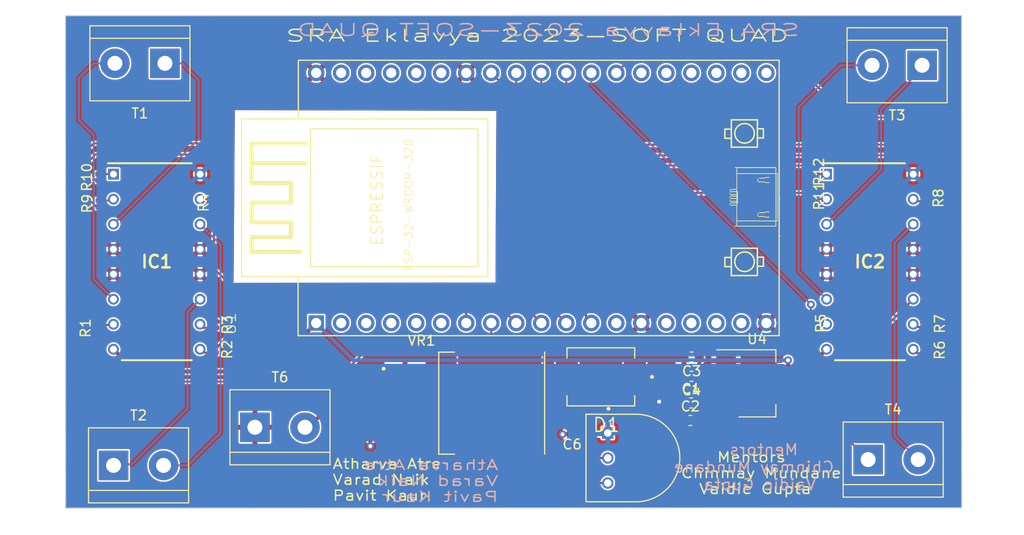
<source format=kicad_pcb>
(kicad_pcb (version 20221018) (generator pcbnew)
  (layers (0 "F.Cu" signal) (31 "B.Cu" power) (34 "B.Paste" user) (35 "F.Paste" user) (36 "B.SilkS" user "B.Silkscreen") (37 "F.SilkS" user "F.Silkscreen") (38 "B.Mask" user) (39 "F.Mask" user) (44 "Edge.Cuts" user))
  (net 0 "")
  (net 1 "/+3.7V")
  (net 2 "GND")
  (net 3 "/3V3")
  (net 4 "Net-(D1-PadA)")
  (net 5 "/TX")
  (net 6 "/SD3")
  (net 7 "/SD2")
  (net 8 "/SD1")
  (net 9 "/SD0")
  (net 10 "/32")
  (net 11 "/33")
  (net 12 "/25")
  (net 13 "/26")
  (net 14 "/27")
  (net 15 "/14")
  (net 16 "/RX")
  (net 17 "/EN")
  (net 18 "/CMD")
  (net 19 "/CLK")
  (net 20 "/39")
  (net 21 "/36")
  (net 22 "/35")
  (net 23 "/34")
  (net 24 "/23")
  (net 25 "/22")
  (net 26 "/21")
  (net 27 "/4")
  (net 28 "/16")
  (net 29 "/17")
  (net 30 "/5")
  (net 31 "/18")
  (net 32 "/19")
  (net 33 "/2")
  (net 34 "/15")
  (net 35 "/13")
  (net 36 "/12")
  (net 37 "/0")
  (net 38 "/OUT1A")
  (net 39 "/OUT1B")
  (net 40 "/OUT2B")
  (net 41 "/OUT2A")
  (net 42 "/OUT3A")
  (net 43 "/OUT3B")
  (net 44 "/OUT4B")
  (net 45 "/OUT4A")
  (net 46 "Net-(IC1-ENABLE_1)")
  (net 47 "Net-(IC1-INPUT_1)")
  (net 48 "Net-(VR1-FB)")
  (net 49 "/6V_P")
  (net 50 "Net-(IC1-INPUT2)")
  (net 51 "Net-(IC1-ENABLE2)")
  (net 52 "Net-(IC1-INPUT3)")
  (net 53 "Net-(IC1-INPUT4)")
  (net 54 "Net-(IC2-ENABLE_1)")
  (net 55 "Net-(IC2-INPUT_1)")
  (net 56 "Net-(IC2-INPUT2)")
  (net 57 "Net-(IC2-ENABLE2)")
  (net 58 "Net-(IC2-INPUT3)")
  (net 59 "Net-(IC2-INPUT4)")
  (footprint "Resistor_SMD:R_0201_0603Metric" (layer "F.Cu") (at 181.84 92.095 -90)
    (fp_text reference "R12" (at 0 -1.05 90) (layer "F.SilkS"))
    (fp_text value "1k")
    (pad "1" smd roundrect (at -0.32 0 270) (size 0.46 0.4) (layers "F.Cu" "F.Mask") (net 31 "/18"))
    (pad "2" smd roundrect (at 0.32 0 270) (size 0.46 0.4) (layers "F.Cu" "F.Mask") (net 54 "Net-(IC2-ENABLE_1)"))
  )
  (footprint "XL6009:DIOM7959X265N" (layer "F.Cu") (at 160.735 112.91 180)
    (fp_text reference "D1" (at -0.555 -4.889) (layer "F.SilkS") (effects (font (size 1.4 1.4))))
    (fp_text value "SS34")
    (pad "A" smd rect (at 3.455 0) (size 2.25 3.18) (layers "F.Cu" "F.Paste" "F.Mask") (net 4 "Net-(D1-PadA)"))
    (pad "C" smd rect (at -3.455 0 180) (size 2.25 3.18) (layers "F.Cu" "F.Paste" "F.Mask") (net 49 "/6V_P"))
  )
  (footprint "XL6009:TRIM_3352T-1-504LF" (layer "F.Cu") (at 164.31 121.15 -90)
    (fp_text reference "R14" hide)
    (fp_text value "10k" hide)
    (pad "1" thru_hole rect (at -2.54 2.87 270) (size 1.16 1.16) (drill 0.76) (layers "*.Cu" "*.Mask") (net 49 "/6V_P"))
    (pad "2" thru_hole circle (at 0 2.87 270) (size 1.16 1.16) (drill 0.76) (layers "*.Cu" "*.Mask") (net 48 "Net-(VR1-FB)"))
    (pad "3" thru_hole circle (at 2.54 2.87 270) (size 1.16 1.16) (drill 0.76) (layers "*.Cu" "*.Mask") (net 48 "Net-(VR1-FB)"))
  )
  (footprint "XL6009:DPAK170P1435X465-6N" (layer "F.Cu") (at 146.98 115.58)
    (fp_text reference "VR1" (at -4.445 -6.35) (layer "F.SilkS"))
    (fp_text value "XL6009")
    (pad "1" smd rect (at -6.13 -3.4) (size 3.21 1.05) (layers "F.Cu" "F.Paste" "F.Mask") (net 2 "GND"))
    (pad "2" smd rect (at -6.13 -1.7) (size 3.21 1.05) (layers "F.Cu" "F.Paste" "F.Mask") (net 2 "GND"))
    (pad "3" smd rect (at -6.13 0) (size 3.21 1.05) (layers "F.Cu" "F.Paste" "F.Mask") (net 4 "Net-(D1-PadA)"))
    (pad "4" smd rect (at -6.13 1.7) (size 3.21 1.05) (layers "F.Cu" "F.Paste" "F.Mask") (net 1 "/+3.7V"))
    (pad "5" smd rect (at -6.13 3.4) (size 3.21 1.05) (layers "F.Cu" "F.Paste" "F.Mask") (net 48 "Net-(VR1-FB)"))
    (pad "6" smd rect (at 3.5 0) (size 8.46 10.53) (layers "F.Cu" "F.Mask") (net 4 "Net-(D1-PadA)"))
  )
  (footprint "Resistor_SMD:R_0201_0603Metric" (layer "F.Cu") (at 137.65 118.955 180)
    (fp_text reference "R13" hide)
    (fp_text value "1k")
    (pad "1" smd roundrect (at -0.32 0 180) (size 0.46 0.4) (layers "F.Cu" "F.Mask") (net 48 "Net-(VR1-FB)"))
    (pad "2" smd roundrect (at 0.32 0 180) (size 0.46 0.4) (layers "F.Cu" "F.Mask") (net 2 "GND"))
  )
  (footprint "TerminalBlock:TerminalBlock_bornier-2_P5.08mm" (layer "F.Cu") (at 187.88 121.31)
    (fp_text reference "T4" (at 2.54 -5.08) (layer "F.SilkS"))
    (fp_text value "Screw_Terminal_01x02" hide)
    (pad "1" thru_hole rect (at 0 0) (size 3 3) (drill 1.52) (layers "*.Cu" "*.Mask") (net 45 "/OUT4A"))
    (pad "2" thru_hole circle (at 5.08 0) (size 3 3) (drill 1.52) (layers "*.Cu" "*.Mask") (net 44 "/OUT4B"))
  )
  (footprint "Capacitor_SMD:C_0603_1608Metric" (layer "F.Cu") (at 169.945 112.85 180)
    (fp_text reference "C4" (at 0 -1.43) (layer "F.SilkS"))
    (fp_text value "0.1uF")
    (pad "1" smd roundrect (at -0.775 0 180) (size 0.9 0.95) (layers "F.Cu" "F.Paste" "F.Mask") (net 3 "/3V3"))
    (pad "2" smd roundrect (at 0.775 0 180) (size 0.9 0.95) (layers "F.Cu" "F.Paste" "F.Mask") (net 2 "GND"))
  )
  (footprint "Resistor_SMD:R_0201_0603Metric" (layer "F.Cu") (at 194.1 110.19 -90)
    (fp_text reference "R6" (at 0 -1.05 90) (layer "F.SilkS"))
    (fp_text value "1k")
    (pad "1" smd roundrect (at -0.32 0 270) (size 0.46 0.4) (layers "F.Cu" "F.Mask") (net 27 "/4"))
    (pad "2" smd roundrect (at 0.32 0 270) (size 0.46 0.4) (layers "F.Cu" "F.Mask") (net 57 "Net-(IC2-ENABLE2)"))
  )
  (footprint "Resistor_SMD:R_0201_0603Metric" (layer "F.Cu") (at 194.11 107.525 -90)
    (fp_text reference "R7" (at 0 -1.05 90) (layer "F.SilkS"))
    (fp_text value "1k")
    (pad "1" smd roundrect (at -0.32 0 270) (size 0.46 0.4) (layers "F.Cu" "F.Mask") (net 29 "/17"))
    (pad "2" smd roundrect (at 0.32 0 270) (size 0.46 0.4) (layers "F.Cu" "F.Mask") (net 58 "Net-(IC2-INPUT3)"))
  )
  (footprint "Resistor_SMD:R_0201_0603Metric" (layer "F.Cu") (at 121.77 107.61 -90)
    (fp_text reference "R3" (at 0 -1.05 90) (layer "F.SilkS"))
    (fp_text value "1k")
    (pad "1" smd roundrect (at -0.32 0 270) (size 0.46 0.4) (layers "F.Cu" "F.Mask") (net 12 "/25"))
    (pad "2" smd roundrect (at 0.32 0 270) (size 0.46 0.4) (layers "F.Cu" "F.Mask") (net 52 "Net-(IC1-INPUT3)"))
  )
  (footprint "Capacitor_SMD:C_0603_1608Metric" (layer "F.Cu") (at 169.96 110.9 180)
    (fp_text reference "C3" (at 0 -1.43) (layer "F.SilkS"))
    (fp_text value "22uF")
    (pad "1" smd roundrect (at -0.775 0 180) (size 0.9 0.95) (layers "F.Cu" "F.Paste" "F.Mask") (net 3 "/3V3"))
    (pad "2" smd roundrect (at 0.775 0 180) (size 0.9 0.95) (layers "F.Cu" "F.Paste" "F.Mask") (net 2 "GND"))
  )
  (footprint "Resistor_SMD:R_0201_0603Metric" (layer "F.Cu") (at 121.44 95.2 90)
    (fp_text reference "R4" (at 0 -1.05 90) (layer "F.SilkS"))
    (fp_text value "1k")
    (pad "1" smd roundrect (at -0.32 0 90) (size 0.46 0.4) (layers "F.Cu" "F.Mask") (net 13 "/26"))
    (pad "2" smd roundrect (at 0.32 0 90) (size 0.46 0.4) (layers "F.Cu" "F.Mask") (net 53 "Net-(IC1-INPUT4)"))
  )
  (footprint "TerminalBlock:TerminalBlock_bornier-2_P5.08mm" (layer "F.Cu") (at 111.25 121.9)
    (fp_text reference "T2" (at 2.54 -5.08) (layer "F.SilkS"))
    (fp_text value "Screw_Terminal_01x02" hide)
    (pad "1" thru_hole rect (at 0 0) (size 3 3) (drill 1.52) (layers "*.Cu" "*.Mask") (net 41 "/OUT2A"))
    (pad "2" thru_hole circle (at 5.08 0) (size 3 3) (drill 1.52) (layers "*.Cu" "*.Mask") (net 40 "/OUT2B"))
  )
  (footprint "TerminalBlock:TerminalBlock_bornier-2_P5.08mm" (layer "F.Cu") (at 125.61 118.03)
    (fp_text reference "T6" (at 2.54 -5.08) (layer "F.SilkS"))
    (fp_text value "Screw_Terminal_01x02" hide)
    (pad "1" thru_hole rect (at 0 0) (size 3 3) (drill 1.52) (layers "*.Cu" "*.Mask") (net 2 "GND"))
    (pad "2" thru_hole circle (at 5.08 0) (size 3 3) (drill 1.52) (layers "*.Cu" "*.Mask") (net 1 "/+3.7V"))
  )
  (footprint "Resistor_SMD:R_0201_0603Metric" (layer "F.Cu") (at 109.46 107.96 90)
    (fp_text reference "R1" (at 0 -1.05 90) (layer "F.SilkS"))
    (fp_text value "1k")
    (pad "1" smd roundrect (at -0.32 0 90) (size 0.46 0.4) (layers "F.Cu" "F.Mask") (net 11 "/33"))
    (pad "2" smd roundrect (at 0.32 0 90) (size 0.46 0.4) (layers "F.Cu" "F.Mask") (net 50 "Net-(IC1-INPUT2)"))
  )
  (footprint "Inductor_SMD:L_0201_0603Metric" (layer "F.Cu") (at 137.61 115.71)
    (fp_text reference "L1" hide)
    (fp_text value "330")
    (pad "1" smd roundrect (at -0.32 0) (size 0.46 0.4) (layers "F.Cu" "F.Mask") (net 1 "/+3.7V"))
    (pad "2" smd roundrect (at 0.32 0) (size 0.46 0.4) (layers "F.Cu" "F.Mask") (net 4 "Net-(D1-PadA)"))
  )
  (footprint "ESP32:ESP32-DEVKITCv4-32D" (layer "F.Cu") (at 151.588 94.742 90)
    (fp_text reference "U1" (at -14.0054 -27.8108 90) (layer "F.SilkS") (effects (font (size 1.168851 1.168851) (thickness 0.101639)) (justify left bottom)))
    (fp_text value "ESP32-DEVKITC-32D")
    (fp_text user "ESP-32-WROOM-32D" (at 6.06 -10.83 90) (layer "F.SilkS") (effects (font (size 0.8 0.8) (thickness 0.065024)) (justify right top)))
    (fp_text user "ESPRESSIF " (at 5.425 -14.27 90) (layer "F.SilkS") (effects (font (size 1.1684 1.1684) (thickness 0.1016)) (justify right top)))
    (pad "1" thru_hole rect (at -12.7 -19.76 90) (size 1.56 1.56) (drill 1.04) (layers "*.Cu" "*.Mask") (net 3 "/3V3"))
    (pad "2" thru_hole circle (at -12.7 -17.22 90) (size 1.6764 1.6764) (drill 1.04) (layers "*.Cu" "*.Mask") (net 17 "/EN"))
    (pad "3" thru_hole circle (at -12.7 -14.68 90) (size 1.6764 1.6764) (drill 1.04) (layers "*.Cu" "*.Mask") (net 21 "/36"))
    (pad "4" thru_hole circle (at -12.7 -12.14 90) (size 1.6764 1.6764) (drill 1.04) (layers "*.Cu" "*.Mask") (net 20 "/39"))
    (pad "5" thru_hole circle (at -12.7 -9.6 90) (size 1.6764 1.6764) (drill 1.04) (layers "*.Cu" "*.Mask") (net 23 "/34"))
    (pad "6" thru_hole circle (at -12.7 -7.06 90) (size 1.6764 1.6764) (drill 1.04) (layers "*.Cu" "*.Mask") (net 22 "/35"))
    (pad "7" thru_hole circle (at -12.7 -4.52 90) (size 1.6764 1.6764) (drill 1.04) (layers "*.Cu" "*.Mask") (net 10 "/32"))
    (pad "8" thru_hole circle (at -12.7 -1.98 90) (size 1.6764 1.6764) (drill 1.04) (layers "*.Cu" "*.Mask") (net 11 "/33"))
    (pad "9" thru_hole circle (at -12.7 0.56 90) (size 1.6764 1.6764) (drill 1.04) (layers "*.Cu" "*.Mask") (net 12 "/25"))
    (pad "10" thru_hole circle (at -12.7 3.1 90) (size 1.6764 1.6764) (drill 1.04) (layers "*.Cu" "*.Mask") (net 13 "/26"))
    (pad "11" thru_hole circle (at -12.7 5.64 90) (size 1.6764 1.6764) (drill 1.04) (layers "*.Cu" "*.Mask") (net 14 "/27"))
    (pad "12" thru_hole circle (at -12.7 8.18 90) (size 1.6764 1.6764) (drill 1.04) (layers "*.Cu" "*.Mask") (net 15 "/14"))
    (pad "13" thru_hole circle (at -12.7 10.72 90) (size 1.6764 1.6764) (drill 1.04) (layers "*.Cu" "*.Mask") (net 36 "/12"))
    (pad "14" thru_hole circle (at -12.7 13.26 90) (size 1.6764 1.6764) (drill 1.04) (layers "*.Cu" "*.Mask") (net 2 "GND"))
    (pad "15" thru_hole circle (at -12.7 15.8 90) (size 1.6764 1.6764) (drill 1.04) (layers "*.Cu" "*.Mask") (net 35 "/13"))
    (pad "16" thru_hole circle (at -12.7 18.34 90) (size 1.6764 1.6764) (drill 1.04) (layers "*.Cu" "*.Mask") (net 7 "/SD2"))
    (pad "17" thru_hole circle (at -12.7 20.88 90) (size 1.6764 1.6764) (drill 1.04) (layers "*.Cu" "*.Mask") (net 6 "/SD3"))
    (pad "18" thru_hole circle (at -12.7 23.42 90) (size 1.6764 1.6764) (drill 1.04) (layers "*.Cu" "*.Mask") (net 18 "/CMD"))
    (pad "19" thru_hole circle (at -12.7 25.96 90) (size 1.6764 1.6764) (drill 1.04) (layers "*.Cu" "*.Mask") (net 2 "GND"))
    (pad "20" thru_hole circle (at 12.7 -19.76 90) (size 1.6764 1.6764) (drill 1.04) (layers "*.Cu" "*.Mask") (net 2 "GND"))
    (pad "21" thru_hole circle (at 12.7 -17.22 90) (size 1.6764 1.6764) (drill 1.04) (layers "*.Cu" "*.Mask") (net 24 "/23"))
    (pad "22" thru_hole circle (at 12.7 -14.68 90) (size 1.6764 1.6764) (drill 1.04) (layers "*.Cu" "*.Mask") (net 25 "/22"))
    (pad "23" thru_hole circle (at 12.7 -12.14 90) (size 1.6764 1.6764) (drill 1.04) (layers "*.Cu" "*.Mask") (net 5 "/TX"))
    (pad "24" thru_hole circle (at 12.7 -9.6 90) (size 1.6764 1.6764) (drill 1.04) (layers "*.Cu" "*.Mask") (net 16 "/RX"))
    (pad "25" thru_hole circle (at 12.7 -7.06 90) (size 1.6764 1.6764) (drill 1.04) (layers "*.Cu" "*.Mask") (net 26 "/21"))
    (pad "26" thru_hole circle (at 12.7 -4.52 90) (size 1.6764 1.6764) (drill 1.04) (layers "*.Cu" "*.Mask") (net 2 "GND"))
    (pad "27" thru_hole circle (at 12.7 -1.98 90) (size 1.6764 1.6764) (drill 1.04) (layers "*.Cu" "*.Mask") (net 32 "/19"))
    (pad "28" thru_hole circle (at 12.7 0.56 90) (size 1.6764 1.6764) (drill 1.04) (layers "*.Cu" "*.Mask") (net 31 "/18"))
    (pad "29" thru_hole circle (at 12.7 3.1 90) (size 1.6764 1.6764) (drill 1.04) (layers "*.Cu" "*.Mask") (net 30 "/5"))
    (pad "30" thru_hole circle (at 12.7 5.64 90) (size 1.6764 1.6764) (drill 1.04) (layers "*.Cu" "*.Mask") (net 29 "/17"))
    (pad "31" thru_hole circle (at 12.7 8.18 90) (size 1.6764 1.6764) (drill 1.04) (layers "*.Cu" "*.Mask") (net 28 "/16"))
    (pad "32" thru_hole circle (at 12.7 10.72 90) (size 1.6764 1.6764) (drill 1.04) (layers "*.Cu" "*.Mask") (net 27 "/4"))
    (pad "33" thru_hole circle (at 12.7 13.26 90) (size 1.6764 1.6764) (drill 1.04) (layers "*.Cu" "*.Mask") (net 37 "/0"))
    (pad "34" thru_hole circle (at 12.7 15.8 90) (size 1.6764 1.6764) (drill 1.04) (layers "*.Cu" "*.Mask") (net 33 "/2"))
    (pad "35" thru_hole circle (at 12.7 18.34 90) (size 1.6764 1.6764) (drill 1.04) (layers "*.Cu" "*.Mask") (net 34 "/15"))
    (pad "36" thru_hole circle (at 12.7 20.88 90) (size 1.6764 1.6764) (drill 1.04) (layers "*.Cu" "*.Mask") (net 8 "/SD1"))
    (pad "37" thru_hole circle (at 12.7 23.42 90) (size 1.6764 1.6764) (drill 1.04) (layers "*.Cu" "*.Mask") (net 9 "/SD0"))
    (pad "38" thru_hole circle (at 12.7 25.96 90) (size 1.6764 1.6764) (drill 1.04) (layers "*.Cu" "*.Mask") (net 19 "/CLK"))
  )
  (footprint "Capacitor_SMD:C_0201_0603Metric" (layer "F.Cu") (at 137.61 117.315 180)
    (fp_text reference "C5" hide)
    (fp_text value "220 uF")
    (pad "1" smd roundrect (at -0.32 0 180) (size 0.46 0.4) (layers "F.Cu" "F.Mask") (net 1 "/+3.7V"))
    (pad "2" smd roundrect (at 0.32 0 180) (size 0.46 0.4) (layers "F.Cu" "F.Mask") (net 2 "GND"))
  )
  (footprint "Package_TO_SOT_SMD:SOT-223-3_TabPin2" (layer "F.Cu") (at 176.6 113.57)
    (fp_text reference "U4" (at 0 -4.5) (layer "F.SilkS"))
    (fp_text value "AMS1117-3.3")
    (pad "1" smd rect (at -3.15 -2.3) (size 2 1.5) (layers "F.Cu" "F.Paste" "F.Mask") (net 2 "GND"))
    (pad "2" smd rect (at -3.15 0) (size 2 1.5) (layers "F.Cu" "F.Paste" "F.Mask") (net 3 "/3V3"))
    (pad "2" smd rect (at 3.15 0) (size 2 3.8) (layers "F.Cu" "F.Paste" "F.Mask") (net 3 "/3V3"))
    (pad "3" smd rect (at -3.15 2.3) (size 2 1.5) (layers "F.Cu" "F.Paste" "F.Mask") (net 49 "/6V_P"))
  )
  (footprint "Resistor_SMD:R_0201_0603Metric" (layer "F.Cu") (at 109.6 92.64 90)
    (fp_text reference "R10" (at 0 -1.05 90) (layer "F.SilkS"))
    (fp_text value "1k")
    (pad "1" smd roundrect (at -0.32 0 90) (size 0.46 0.4) (layers "F.Cu" "F.Mask") (net 14 "/27"))
    (pad "2" smd roundrect (at 0.32 0 90) (size 0.46 0.4) (layers "F.Cu" "F.Mask") (net 46 "Net-(IC1-ENABLE_1)"))
  )
  (footprint "Resistor_SMD:R_0201_0603Metric" (layer "F.Cu") (at 109.63 95.32 90)
    (fp_text reference "R9" (at 0 -1.05 90) (layer "F.SilkS"))
    (fp_text value "1k")
    (pad "1" smd roundrect (at -0.32 0 90) (size 0.46 0.4) (layers "F.Cu" "F.Mask") (net 15 "/14"))
    (pad "2" smd roundrect (at 0.32 0 90) (size 0.46 0.4) (layers "F.Cu" "F.Mask") (net 47 "Net-(IC1-INPUT_1)"))
  )
  (footprint "Capacitor_SMD:C_0201_0603Metric" (layer "F.Cu") (at 157.825 118.72 180)
    (fp_text reference "C6" (at 0 -1.05) (layer "F.SilkS"))
    (fp_text value "220 uF")
    (pad "1" smd roundrect (at -0.32 0 180) (size 0.46 0.4) (layers "F.Cu" "F.Mask") (net 49 "/6V_P"))
    (pad "2" smd roundrect (at 0.32 0 180) (size 0.46 0.4) (layers "F.Cu" "F.Mask") (net 2 "GND"))
  )
  (footprint "Resistor_SMD:R_0201_0603Metric" (layer "F.Cu") (at 193.97 94.755 -90)
    (fp_text reference "R8" (at 0 -1.05 90) (layer "F.SilkS"))
    (fp_text value "1k")
    (pad "1" smd roundrect (at -0.32 0 270) (size 0.46 0.4) (layers "F.Cu" "F.Mask") (net 30 "/5"))
    (pad "2" smd roundrect (at 0.32 0 270) (size 0.46 0.4) (layers "F.Cu" "F.Mask") (net 59 "Net-(IC2-INPUT4)"))
  )
  (footprint "Resistor_SMD:R_0201_0603Metric" (layer "F.Cu") (at 182.04 107.47 -90)
    (fp_text reference "R5" (at 0 -1.05 90) (layer "F.SilkS"))
    (fp_text value "1k")
    (pad "1" smd roundrect (at -0.32 0 270) (size 0.46 0.4) (layers "F.Cu" "F.Mask") (net 28 "/16"))
    (pad "2" smd roundrect (at 0.32 0 270) (size 0.46 0.4) (layers "F.Cu" "F.Mask") (net 56 "Net-(IC2-INPUT2)"))
  )
  (footprint "Capacitor_SMD:C_0603_1608Metric" (layer "F.Cu") (at 169.905 115.56)
    (fp_text reference "C1" (at 0 -1.43) (layer "F.SilkS"))
    (fp_text value "10uF")
    (pad "1" smd roundrect (at -0.775 0) (size 0.9 0.95) (layers "F.Cu" "F.Paste" "F.Mask") (net 49 "/6V_P"))
    (pad "2" smd roundrect (at 0.775 0) (size 0.9 0.95) (layers "F.Cu" "F.Paste" "F.Mask") (net 2 "GND"))
  )
  (footprint "KiCad:DIP880W50P254L2000H510Q16N" (layer "F.Cu") (at 115.64 101.219)
    (fp_text reference "IC1" (at 0 0) (layer "F.SilkS") (effects (font (size 1.27 1.27) (thickness 0.254))))
    (fp_text value "L293D" hide)
    (pad "1" thru_hole rect (at -4.4 -8.89) (size 1.1 1.1) (drill 0.7) (layers "*.Cu" "*.Mask") (net 46 "Net-(IC1-ENABLE_1)"))
    (pad "2" thru_hole circle (at -4.4 -6.35) (size 1.1 1.1) (drill 0.7) (layers "*.Cu" "*.Mask") (net 47 "Net-(IC1-INPUT_1)"))
    (pad "3" thru_hole circle (at -4.4 -3.81) (size 1.1 1.1) (drill 0.7) (layers "*.Cu" "*.Mask") (net 38 "/OUT1A"))
    (pad "4" thru_hole circle (at -4.4 -1.27) (size 1.1 1.1) (drill 0.7) (layers "*.Cu" "*.Mask") (net 2 "GND"))
    (pad "5" thru_hole circle (at -4.4 1.27) (size 1.1 1.1) (drill 0.7) (layers "*.Cu" "*.Mask") (net 2 "GND"))
    (pad "6" thru_hole circle (at -4.4 3.81) (size 1.1 1.1) (drill 0.7) (layers "*.Cu" "*.Mask") (net 39 "/OUT1B"))
    (pad "7" thru_hole circle (at -4.4 6.35) (size 1.1 1.1) (drill 0.7) (layers "*.Cu" "*.Mask") (net 50 "Net-(IC1-INPUT2)"))
    (pad "8" thru_hole circle (at -4.4 8.89) (size 1.1 1.1) (drill 0.7) (layers "*.Cu" "*.Mask") (net 3 "/3V3"))
    (pad "9" thru_hole circle (at 4.4 8.89) (size 1.1 1.1) (drill 0.7) (layers "*.Cu" "*.Mask") (net 51 "Net-(IC1-ENABLE2)"))
    (pad "10" thru_hole circle (at 4.4 6.35) (size 1.1 1.1) (drill 0.7) (layers "*.Cu" "*.Mask") (net 52 "Net-(IC1-INPUT3)"))
    (pad "11" thru_hole circle (at 4.4 3.81) (size 1.1 1.1) (drill 0.7) (layers "*.Cu" "*.Mask") (net 41 "/OUT2A"))
    (pad "12" thru_hole circle (at 4.4 1.27) (size 1.1 1.1) (drill 0.7) (layers "*.Cu" "*.Mask") (net 2 "GND"))
    (pad "13" thru_hole circle (at 4.4 -1.27) (size 1.1 1.1) (drill 0.7) (layers "*.Cu" "*.Mask") (net 2 "GND"))
    (pad "14" thru_hole circle (at 4.4 -3.81) (size 1.1 1.1) (drill 0.7) (layers "*.Cu" "*.Mask") (net 40 "/OUT2B"))
    (pad "15" thru_hole circle (at 4.4 -6.35) (size 1.1 1.1) (drill 0.7) (layers "*.Cu" "*.Mask") (net 53 "Net-(IC1-INPUT4)"))
    (pad "16" thru_hole circle (at 4.4 -8.89) (size 1.1 1.1) (drill 0.7) (layers "*.Cu" "*.Mask") (net 49 "/6V_P"))
  )
  (footprint "TerminalBlock:TerminalBlock_bornier-2_P5.08mm" (layer "F.Cu") (at 116.47 81.07 180)
    (fp_text reference "T1" (at 2.54 -5.08) (layer "F.SilkS"))
    (fp_text value "Screw_Terminal_01x02" hide)
    (pad "1" thru_hole rect (at 0 0 180) (size 3 3) (drill 1.52) (layers "*.Cu" "*.Mask") (net 38 "/OUT1A"))
    (pad "2" thru_hole circle (at 5.08 0 180) (size 3 3) (drill 1.52) (layers "*.Cu" "*.Mask") (net 39 "/OUT1B"))
  )
  (footprint "Capacitor_SMD:C_0603_1608Metric" (layer "F.Cu") (at 169.825 117.34)
    (fp_text reference "C2" (at 0 -1.43) (layer "F.SilkS"))
    (fp_text value "0.1uF")
    (pad "1" smd roundrect (at -0.775 0) (size 0.9 0.95) (layers "F.Cu" "F.Paste" "F.Mask") (net 49 "/6V_P"))
    (pad "2" smd roundrect (at 0.775 0) (size 0.9 0.95) (layers "F.Cu" "F.Paste" "F.Mask") (net 2 "GND"))
  )
  (footprint "TerminalBlock:TerminalBlock_bornier-2_P5.08mm" (layer "F.Cu") (at 193.36 81.27 180)
    (fp_text reference "T3" (at 2.54 -5.08) (layer "F.SilkS"))
    (fp_text value "Screw_Terminal_01x02" hide)
    (pad "1" thru_hole rect (at 0 0 180) (size 3 3) (drill 1.52) (layers "*.Cu" "*.Mask") (net 42 "/OUT3A"))
    (pad "2" thru_hole circle (at 5.08 0 180) (size 3 3) (drill 1.52) (layers "*.Cu" "*.Mask") (net 43 "/OUT3B"))
  )
  (footprint "Resistor_SMD:R_0201_0603Metric" (layer "F.Cu") (at 121.74 110.13 -90)
    (fp_text reference "R2" (at 0 -1.05 90) (layer "F.SilkS"))
    (fp_text value "1k")
    (pad "1" smd roundrect (at -0.32 0 270) (size 0.46 0.4) (layers "F.Cu" "F.Mask") (net 10 "/32"))
    (pad "2" smd roundrect (at 0.32 0 270) (size 0.46 0.4) (layers "F.Cu" "F.Mask") (net 51 "Net-(IC1-ENABLE2)"))
  )
  (footprint "KiCad:DIP880W50P254L2000H510Q16N" (layer "F.Cu") (at 188.06 101.219)
    (fp_text reference "IC2" (at 0 0) (layer "F.SilkS") (effects (font (size 1.27 1.27) (thickness 0.254))))
    (fp_text value "L293D" hide)
    (pad "1" thru_hole rect (at -4.4 -8.89) (size 1.1 1.1) (drill 0.7) (layers "*.Cu" "*.Mask") (net 54 "Net-(IC2-ENABLE_1)"))
    (pad "2" thru_hole circle (at -4.4 -6.35) (size 1.1 1.1) (drill 0.7) (layers "*.Cu" "*.Mask") (net 55 "Net-(IC2-INPUT_1)"))
    (pad "3" thru_hole circle (at -4.4 -3.81) (size 1.1 1.1) (drill 0.7) (layers "*.Cu" "*.Mask") (net 42 "/OUT3A"))
    (pad "4" thru_hole circle (at -4.4 -1.27) (size 1.1 1.1) (drill 0.7) (layers "*.Cu" "*.Mask") (net 2 "GND"))
    (pad "5" thru_hole circle (at -4.4 1.27) (size 1.1 1.1) (drill 0.7) (layers "*.Cu" "*.Mask") (net 2 "GND"))
    (pad "6" thru_hole circle (at -4.4 3.81) (size 1.1 1.1) (drill 0.7) (layers "*.Cu" "*.Mask") (net 43 "/OUT3B"))
    (pad "7" thru_hole circle (at -4.4 6.35) (size 1.1 1.1) (drill 0.7) (layers "*.Cu" "*.Mask") (net 56 "Net-(IC2-INPUT2)"))
    (pad "8" thru_hole circle (at -4.4 8.89) (size 1.1 1.1) (drill 0.7) (layers "*.Cu" "*.Mask") (net 3 "/3V3"))
    (pad "9" thru_hole circle (at 4.4 8.89) (size 1.1 1.1) (drill 0.7) (layers "*.Cu" "*.Mask") (net 57 "Net-(IC2-ENABLE2)"))
    (pad "10" thru_hole circle (at 4.4 6.35) (size 1.1 1.1) (drill 0.7) (layers "*.Cu" "*.Mask") (net 58 "Net-(IC2-INPUT3)"))
    (pad "11" thru_hole circle (at 4.4 3.81) (size 1.1 1.1) (drill 0.7) (layers "*.Cu" "*.Mask") (net 45 "/OUT4A"))
    (pad "12" thru_hole circle (at 4.4 1.27) (size 1.1 1.1) (drill 0.7) (layers "*.Cu" "*.Mask") (net 2 "GND"))
    (pad "13" thru_hole circle (at 4.4 -1.27) (size 1.1 1.1) (drill 0.7) (layers "*.Cu" "*.Mask") (net 2 "GND"))
    (pad "14" thru_hole circle (at 4.4 -3.81) (size 1.1 1.1) (drill 0.7) (layers "*.Cu" "*.Mask") (net 44 "/OUT4B"))
    (pad "15" thru_hole circle (at 4.4 -6.35) (size 1.1 1.1) (drill 0.7) (layers "*.Cu" "*.Mask") (net 59 "Net-(IC2-INPUT4)"))
    (pad "16" thru_hole circle (at 4.4 -8.89) (size 1.1 1.1) (drill 0.7) (layers "*.Cu" "*.Mask") (net 49 "/6V_P"))
  )
  (footprint "Resistor_SMD:R_0201_0603Metric" (layer "F.Cu") (at 181.84 94.545 -90)
    (fp_text reference "R11" (at 0 -1.05 90) (layer "F.SilkS"))
    (fp_text value "1k")
    (pad "1" smd roundrect (at -0.32 0 270) (size 0.46 0.4) (layers "F.Cu" "F.Mask") (net 32 "/19"))
    (pad "2" smd roundrect (at 0.32 0 270) (size 0.46 0.4) (layers "F.Cu" "F.Mask") (net 55 "Net-(IC2-INPUT_1)"))
  )
  (gr_line (start 106.37 76.23) (end 106.38 126.25) (stroke (width 0.1)) (layer "Edge.Cuts"))
  (gr_line (start 197.37 76.22) (end 197.38 126.22) (stroke (width 0.1)) (layer "Edge.Cuts"))
  (gr_line (start 106.37 76.23) (end 197.37 76.22) (stroke (width 0.1)) (layer "Edge.Cuts"))
  (gr_line (start 197.38 126.22) (end 106.38 126.25) (stroke (width 0.1)) (layer "Edge.Cuts"))
  (gr_text "Atharva Atre\nVarad Naik\nPavit Kaur\n" (at 150.44 125.67) (layer "B.SilkS") (effects (font (size 1 1.5)) (justify left bottom mirror)))
  (gr_text "SRA Eklavya 2023-SOFT QUAD\n" (at 181.11 78.39) (layer "B.SilkS") (effects (font (size 1.2 2.2)) (justify left bottom mirror)))
  (gr_text "    Mentors\nChinmay Mundane \n  Vaidic Gupta\n" (at 184.52 124.49) (layer "B.SilkS") (effects (font (size 1.1 1.2)) (justify left bottom mirror)))
  (gr_text "    Mentors\nChinmay Mundane \n  Vaidic Gupta\n" (at 168.78 124.88) (layer "F.SilkS") (effects (font (size 1 1.2)) (justify left bottom)))
  (gr_text "Atharva Atre\nVarad Naik\nPavit Kaur\n" (at 133.41 125.55) (layer "F.SilkS") (effects (font (size 1 1.2)) (justify left bottom)))
  (gr_text "SRA Eklavya 2023-SOFT QUAD\n" (at 128.57 78.97) (layer "F.SilkS") (effects (font (size 1.2 2.2)) (justify left bottom)))
  (segment (start 140.815 117.315) (end 140.85 117.28) (width 0.4) (layer "F.Cu") (net 1))
  (segment (start 133.37 115.71) (end 137.29 115.71) (width 0.4) (layer "F.Cu") (net 1))
  (segment (start 131.978 117.102) (end 133.37 115.71) (width 0.4) (layer "F.Cu") (net 1))
  (segment (start 137.93 116.89) (end 137.93 117.315) (width 0.4) (layer "F.Cu") (net 1))
  (segment (start 137.29 116.25) (end 137.93 116.89) (width 0.4) (layer "F.Cu") (net 1))
  (segment (start 137.29 115.71) (end 137.29 116.25) (width 0.4) (layer "F.Cu") (net 1))
  (segment (start 137.93 117.315) (end 140.815 117.315) (width 0.4) (layer "F.Cu") (net 1))
  (segment (start 137.33 118.955) (end 137.33 119.82) (width 0.2) (layer "F.Cu") (net 2))
  (segment (start 137.29 118.915) (end 137.33 118.955) (width 0.2) (layer "F.Cu") (net 2))
  (segment (start 137.33 119.82) (end 137.33 119.94) (width 0.2) (layer "F.Cu") (net 2))
  (segment (start 169.17 110.915) (end 169.185 110.9) (width 0.2) (layer "F.Cu") (net 2))
  (segment (start 170.6 115.64) (end 170.68 115.56) (width 0.2) (layer "F.Cu") (net 2))
  (segment (start 157.505 118.72) (end 156.85 118.74) (width 0.2) (layer "F.Cu") (net 2))
  (segment (start 137.29 117.315) (end 137.29 118.915) (width 0.2) (layer "F.Cu") (net 2))
  (segment (start 169.17 112.85) (end 169.17 110.915) (width 0.2) (layer "F.Cu") (net 2))
  (segment (start 170.6 117.34) (end 170.6 115.64) (width 0.2) (layer "F.Cu") (net 2))
  (segment (start 156.85 118.74) (end 156.86 118.72) (width 0.2) (layer "F.Cu") (net 2))
  (segment (start 137.33 119.94) (end 137.32 119.83) (width 0.2) (layer "F.Cu") (net 2))
  (via (at 156.85 118.74) (size 0.8) (drill 0.4) (layers "F.Cu" "B.Cu") (net 2))
  (via (at 137.33 119.94) (size 0.8) (drill 0.4) (layers "F.Cu" "B.Cu") (net 2))
  (segment (start 131.818 107.442) (end 131.828 107.442) (width 0.4) (layer "F.Cu") (net 3))
  (segment (start 170.735 110.9) (end 170.735 112.835) (width 0.4) (layer "F.Cu") (net 3))
  (segment (start 126.89 112.37) (end 131.818 107.442) (width 0.4) (layer "F.Cu") (net 3))
  (segment (start 179.75 113.57) (end 180.199 113.57) (width 0.4) (layer "F.Cu") (net 3))
  (segment (start 180.199 113.57) (end 183.66 110.109) (width 0.4) (layer "F.Cu") (net 3))
  (segment (start 171.44 113.57) (end 173.45 113.57) (width 0.4) (layer "F.Cu") (net 3))
  (segment (start 170.735 112.835) (end 170.72 112.85) (width 0.4) (layer "F.Cu") (net 3))
  (segment (start 170.72 112.85) (end 171.44 113.57) (width 0.4) (layer "F.Cu") (net 3))
  (segment (start 173.45 113.57) (end 179.75 113.57) (width 0.4) (layer "F.Cu") (net 3))
  (segment (start 179.75 111.23) (end 179.74 111.22) (width 0.4) (layer "F.Cu") (net 3))
  (segment (start 113.501 112.37) (end 126.89 112.37) (width 0.4) (layer "F.Cu") (net 3))
  (segment (start 111.24 110.109) (end 113.501 112.37) (width 0.4) (layer "F.Cu") (net 3))
  (segment (start 179.75 113.57) (end 179.75 111.23) (width 0.4) (layer "F.Cu") (net 3))
  (via (at 179.74 111.22) (size 0.8) (drill 0.4) (layers "F.Cu" "B.Cu") (net 3))
  (segment (start 135.596 111.23) (end 135.606 111.22) (width 0.4) (layer "B.Cu") (net 3))
  (segment (start 135.606 111.22) (end 131.828 107.442) (width 0.4) (layer "B.Cu") (net 3))
  (segment (start 179.74 111.22) (end 135.606 111.22) (width 0.4) (layer "B.Cu") (net 3))
  (segment (start 137.93 115.71) (end 138.06 115.58) (width 0.2) (layer "F.Cu") (net 4))
  (segment (start 140.85 115.58) (end 150.48 115.58) (width 0.2) (layer "F.Cu") (net 4))
  (segment (start 153.15 112.91) (end 157.28 112.91) (width 0.2) (layer "F.Cu") (net 4))
  (segment (start 138.06 115.58) (end 140.85 115.58) (width 0.2) (layer "F.Cu") (net 4))
  (segment (start 150.48 115.58) (end 153.15 112.91) (width 0.2) (layer "F.Cu") (net 4))
  (segment (start 121.853259 109.81) (end 125.853259 105.81) (width 0.2) (layer "F.Cu") (net 10))
  (segment (start 121.74 109.81) (end 121.853259 109.81) (width 0.2) (layer "F.Cu") (net 10))
  (segment (start 147.068 106.498) (end 147.068 107.442) (width 0.2) (layer "F.Cu") (net 10))
  (segment (start 146.38 105.81) (end 147.068 106.498) (width 0.2) (layer "F.Cu") (net 10))
  (segment (start 125.853259 105.81) (end 146.38 105.81) (width 0.2) (layer "F.Cu") (net 10))
  (segment (start 111.03 113.39) (end 133.73 113.39) (width 0.2) (layer "F.Cu") (net 11))
  (segment (start 133.73 113.39) (end 137.76 109.36) (width 0.2) (layer "F.Cu") (net 11))
  (segment (start 137.76 109.36) (end 149.15 109.36) (width 0.2) (layer "F.Cu") (net 11))
  (segment (start 149.15 109.36) (end 149.608 108.902) (width 0.2) (layer "F.Cu") (net 11))
  (segment (start 109.46 108.28) (end 109.46 111.82) (width 0.2) (layer "F.Cu") (net 11))
  (segment (start 149.608 108.902) (end 149.608 107.442) (width 0.2) (layer "F.Cu") (net 11))
  (segment (start 109.46 111.82) (end 111.03 113.39) (width 0.2) (layer "F.Cu") (net 11))
  (segment (start 121.77 107.29) (end 123.02 107.29) (width 0.2) (layer "F.Cu") (net 12))
  (segment (start 123.02 107.29) (end 125.36 104.95) (width 0.2) (layer "F.Cu") (net 12))
  (segment (start 125.36 104.95) (end 149.656 104.95) (width 0.2) (layer "F.Cu") (net 12))
  (segment (start 149.656 104.95) (end 152.148 107.442) (width 0.2) (layer "F.Cu") (net 12))
  (segment (start 151.166 103.92) (end 154.688 107.442) (width 0.2) (layer "F.Cu") (net 13))
  (segment (start 121.44 95.52) (end 121.44 101.9) (width 0.2) (layer "F.Cu") (net 13))
  (segment (start 121.44 101.9) (end 123.46 103.92) (width 0.2) (layer "F.Cu") (net 13))
  (segment (start 123.46 103.92) (end 151.166 103.92) (width 0.2) (layer "F.Cu") (net 13))
  (segment (start 109.42 90.33) (end 109.11 90.64) (width 0.2) (layer "F.Cu") (net 14))
  (segment (start 151.42 86.39) (end 150.18 85.15) (width 0.2) (layer "F.Cu") (net 14))
  (segment (start 151.42 101.634) (end 151.42 86.39) (width 0.2) (layer "F.Cu") (net 14))
  (segment (start 109.11 90.65) (end 108.29 91.47) (width 0.2) (layer "F.Cu") (net 14))
  (segment (start 157.228 107.442) (end 151.42 101.634) (width 0.2) (layer "F.Cu") (net 14))
  (segment (start 109.52 92.88) (end 109.6 92.96) (width 0.2) (layer "F.Cu") (net 14))
  (segment (start 122.71 89.17) (end 121.55 90.33) (width 0.2) (layer "F.Cu") (net 14))
  (segment (start 121.55 90.33) (end 109.42 90.33) (width 0.2) (layer "F.Cu") (net 14))
  (segment (start 108.29 91.47) (end 108.29 92.52) (width 0.2) (layer "F.Cu") (net 14))
  (segment (start 123.49 85.15) (end 122.71 85.93) (width 0.2) (layer "F.Cu") (net 14))
  (segment (start 109.11 90.64) (end 109.11 90.65) (width 0.2) (layer "F.Cu") (net 14))
  (segment (start 122.71 85.93) (end 122.71 89.17) (width 0.2) (layer "F.Cu") (net 14))
  (segment (start 150.18 85.15) (end 123.49 85.15) (width 0.2) (layer "F.Cu") (net 14))
  (segment (start 108.65 92.88) (end 109.52 92.88) (width 0.2) (layer "F.Cu") (net 14))
  (segment (start 108.29 92.52) (end 108.65 92.88) (width 0.2) (layer "F.Cu") (net 14))
  (segment (start 157.3 105.57) (end 158.62 105.57) (width 0.2) (layer "F.Cu") (net 15))
  (segment (start 121.66 85.75) (end 123.33 84.08) (width 0.2) (layer "F.Cu") (net 15))
  (segment (start 150.6 84.08) (end 152.86 86.34) (width 0.2) (layer "F.Cu") (net 15))
  (segment (start 120.77 89.2) (end 121.66 88.31) (width 0.2) (layer "F.Cu") (net 15))
  (segment (start 158.62 105.57) (end 159.19 106.14) (width 0.2) (layer "F.Cu") (net 15))
  (segment (start 159.19 106.14) (end 159.22 106.14) (width 0.2) (layer "F.Cu") (net 15))
  (segment (start 159.22 106.894) (end 159.768 107.442) (width 0.2) (layer "F.Cu") (net 15))
  (segment (start 109.23 89.2) (end 120.77 89.2) (width 0.2) (layer "F.Cu") (net 15))
  (segment (start 123.33 84.08) (end 150.6 84.08) (width 0.2) (layer "F.Cu") (net 15))
  (segment (start 152.86 101.13) (end 157.3 105.57) (width 0.2) (layer "F.Cu") (net 15))
  (segment (start 109.63 95.64) (end 109.516741 95.64) (width 0.2) (layer "F.Cu") (net 15))
  (segment (start 107.53 93.653259) (end 107.53 90.9) (width 0.2) (layer "F.Cu") (net 15))
  (segment (start 109.516741 95.64) (end 107.53 93.653259) (width 0.2) (layer "F.Cu") (net 15))
  (segment (start 107.53 90.9) (end 109.23 89.2) (width 0.2) (layer "F.Cu") (net 15))
  (segment (start 159.22 106.14) (end 159.22 106.894) (width 0.2) (layer "F.Cu") (net 15))
  (segment (start 152.86 86.34) (end 152.86 101.13) (width 0.2) (layer "F.Cu") (net 15))
  (segment (start 121.66 88.31) (end 121.66 85.75) (width 0.2) (layer "F.Cu") (net 15))
  (segment (start 183.96 84.67) (end 183.96 85.65) (width 0.2) (layer "F.Cu") (net 27))
  (segment (start 179.03 79.74) (end 183.96 84.67) (width 0.2) (layer "F.Cu") (net 27))
  (segment (start 194.14 86.57) (end 196.11 88.54) (width 0.2) (layer "F.Cu") (net 27))
  (segment (start 183.96 85.65) (end 184.88 86.57) (width 0.2) (layer "F.Cu") (net 27))
  (segment (start 196.11 88.54) (end 196.11 107.86) (width 0.2) (layer "F.Cu") (net 27))
  (segment (start 164.61 79.74) (end 179.03 79.74) (width 0.2) (layer "F.Cu") (net 27))
  (segment (start 196.11 107.86) (end 194.1 109.87) (width 0.2) (layer "F.Cu") (net 27))
  (segment (start 184.88 86.57) (end 194.14 86.57) (width 0.2) (layer "F.Cu") (net 27))
  (segment (start 162.308 82.042) (end 164.61 79.74) (width 0.2) (layer "F.Cu") (net 27))
  (segment (start 182.04 105.53) (end 182.03 105.52) (width 0.2) (layer "F.Cu") (net 28))
  (segment (start 182.07 105.56) (end 182.04 105.53) (width 0.2) (layer "F.Cu") (net 28))
  (segment (start 182.04 107.15) (end 182.07 105.56) (width 0.2) (layer "F.Cu") (net 28))
  (via (at 182.07 105.56) (size 0.8) (drill 0.4) (layers "F.Cu" "B.Cu") (net 28))
  (segment (start 182.07 105.56) (end 159.768 83.258) (width 0.2) (layer "B.Cu") (net 28))
  (segment (start 159.768 83.258) (end 159.768 82.042) (width 0.2) (layer "B.Cu") (net 28))
  (segment (start 192.62 89.33) (end 159.7 89.33) (width 0.2) (layer "F.Cu") (net 29))
  (segment (start 159.7 89.33) (end 158.73 88.36) (width 0.2) (layer "F.Cu") (net 29))
  (segment (start 157.25 84.96) (end 157.25 84.92) (width 0.2) (layer "F.Cu") (net 29))
  (segment (start 195.15 92.396741) (end 195.15 91.86) (width 0.2) (layer "F.Cu") (net 29))
  (segment (start 194.11 107.205) (end 194.11 105.9) (width 0.2) (layer "F.Cu") (net 29))
  (segment (start 195.14 92.406741) (end 195.15 92.396741) (width 0.2) (layer "F.Cu") (net 29))
  (segment (start 195.15 91.86) (end 192.62 89.33) (width 0.2) (layer "F.Cu") (net 29))
  (segment (start 157.228 84.898) (end 157.228 82.042) (width 0.2) (layer "F.Cu") (net 29))
  (segment (start 158.73 88.36) (end 158.73 86.44) (width 0.2) (layer "F.Cu") (net 29))
  (segment (start 158.73 86.44) (end 157.25 84.96) (width 0.2) (layer "F.Cu") (net 29))
  (segment (start 194.11 105.9) (end 195.14 104.87) (width 0.2) (layer "F.Cu") (net 29))
  (segment (start 157.25 84.92) (end 157.228 84.898) (width 0.2) (layer "F.Cu") (net 29))
  (segment (start 195.14 104.87) (end 195.14 92.406741) (width 0.2) (layer "F.Cu") (net 29))
  (segment (start 193.97 91.78) (end 192.63 90.44) (width 0.2) (layer "F.Cu") (net 30))
  (segment (start 192.63 90.44) (end 192.63 90.42) (width 0.2) (layer "F.Cu") (net 30))
  (segment (start 157.54 87.04) (end 154.688 84.188) (width 0.2) (layer "F.Cu") (net 30))
  (segment (start 193.97 94.435) (end 193.97 91.78) (width 0.2) (layer "F.Cu") (net 30))
  (segment (start 157.54 89.51) (end 157.54 87.04) (width 0.2) (layer "F.Cu") (net 30))
  (segment (start 154.688 84.188) (end 154.688 82.042) (width 0.2) (layer "F.Cu") (net 30))
  (segment (start 192.63 90.42) (end 158.45 90.42) (width 0.2) (layer "F.Cu") (net 30))
  (segment (start 158.45 90.42) (end 157.54 89.51) (width 0.2) (layer "F.Cu") (net 30))
  (segment (start 152.148 83.418) (end 156.25 87.52) (width 0.2) (layer "F.Cu") (net 31))
  (segment (start 152.148 82.042) (end 152.148 83.418) (width 0.2) (layer "F.Cu") (net 31))
  (segment (start 156.74 91.45) (end 181.515 91.45) (width 0.2) (layer "F.Cu") (net 31))
  (segment (start 156.25 87.52) (end 156.25 90.96) (width 0.2) (layer "F.Cu") (net 31))
  (segment (start 181.515 91.45) (end 181.84 91.775) (width 0.2) (layer "F.Cu") (net 31))
  (segment (start 156.25 90.96) (end 156.74 91.45) (width 0.2) (layer "F.Cu") (net 31))
  (segment (start 155.435 94.225) (end 153.89 92.68) (width 0.2) (layer "F.Cu") (net 32))
  (segment (start 181.84 94.225) (end 155.435 94.225) (width 0.2) (layer "F.Cu") (net 32))
  (segment (start 153.89 92.68) (end 153.89 86.324) (width 0.2) (layer "F.Cu") (net 32))
  (segment (start 153.89 86.324) (end 149.608 82.042) (width 0.2) (layer "F.Cu") (net 32))
  (segment (start 119.9 88.749) (end 119.9 82.78) (width 0.2) (layer "B.Cu") (net 38))
  (segment (start 119.9 82.78) (end 118.19 81.07) (width 0.2) (layer "B.Cu") (net 38))
  (segment (start 111.24 97.409) (end 119.9 88.749) (width 0.2) (layer "B.Cu") (net 38))
  (segment (start 118.19 81.07) (end 116.47 81.07) (width 0.2) (layer "B.Cu") (net 38))
  (segment (start 109.24 88.37) (end 107.73 86.86) (width 0.2) (layer "B.Cu") (net 39))
  (segment (start 109.22 81.07) (end 111.39 81.07) (width 0.2) (layer "B.Cu") (net 39))
  (segment (start 107.73 86.86) (end 107.73 82.56) (width 0.2) (layer "B.Cu") (net 39))
  (segment (start 111.24 105.029) (end 109.24 103.029) (width 0.2) (layer "B.Cu") (net 39))
  (segment (start 107.73 82.56) (end 109.22 81.07) (width 0.2) (layer "B.Cu") (net 39))
  (segment (start 109.24 103.029) (end 109.24 88.37) (width 0.2) (layer "B.Cu") (net 39))
  (segment (start 122.11 99.479) (end 122.11 118.59) (width 0.2) (layer "B.Cu") (net 40))
  (segment (start 116.49 121.79) (end 116.34 121.94) (width 0.2) (layer "B.Cu") (net 40))
  (segment (start 122.11 118.59) (end 118.8 121.9) (width 0.2) (layer "B.Cu") (net 40))
  (segment (start 120.04 97.409) (end 122.11 99.479) (width 0.2) (layer "B.Cu") (net 40))
  (segment (start 118.8 121.9) (end 116.33 121.9) (width 0.2) (layer "B.Cu") (net 40))
  (segment (start 113.1 121.79) (end 118.76 116.13) (width 0.2) (layer "B.Cu") (net 41))
  (segment (start 113.1 121.79) (end 111.41 121.79) (width 0.2) (layer "B.Cu") (net 41))
  (segment (start 118.76 106.309) (end 120.04 105.029) (width 0.2) (layer "B.Cu") (net 41))
  (segment (start 118.76 116.13) (end 118.76 106.309) (width 0.2) (layer "B.Cu") (net 41))
  (segment (start 111.41 121.79) (end 111.26 121.94) (width 0.2) (layer "B.Cu") (net 41))
  (segment (start 193.36 81.6) (end 193.36 81.27) (width 0.2) (layer "B.Cu") (net 42))
  (segment (start 189.19 91.879) (end 189.19 85.77) (width 0.2) (layer "B.Cu") (net 42))
  (segment (start 183.66 97.409) (end 189.19 91.879) (width 0.2) (layer "B.Cu") (net 42))
  (segment (start 189.19 85.77) (end 193.36 81.6) (width 0.2) (layer "B.Cu") (net 42))
  (segment (start 180.83 85.51) (end 185.07 81.27) (width 0.2) (layer "B.Cu") (net 43))
  (segment (start 183.66 105.029) (end 180.83 102.199) (width 0.2) (layer "B.Cu") (net 43))
  (segment (start 180.83 102.199) (end 180.83 85.51) (width 0.2) (layer "B.Cu") (net 43))
  (segment (start 185.07 81.27) (end 188.28 81.27) (width 0.2) (layer "B.Cu") (net 43))
  (segment (start 192.46 97.409) (end 190.56 99.309) (width 0.2) (layer "B.Cu") (net 44))
  (segment (start 190.56 118.91) (end 192.96 121.31) (width 0.2) (layer "B.Cu") (net 44))
  (segment (start 190.56 99.309) (end 190.56 118.91) (width 0.2) (layer "B.Cu") (net 44))
  (segment (start 185.52 118.28) (end 185.52 118.95) (width 0.2) (layer "F.Cu") (net 45))
  (segment (start 185.52 118.95) (end 187.88 121.31) (width 0.2) (layer "F.Cu") (net 45))
  (segment (start 188.86 108.629) (end 192.46 105.029) (width 0.2) (layer "F.Cu") (net 45))
  (segment (start 188.86 114.94) (end 188.86 108.629) (width 0.2) (layer "F.Cu") (net 45))
  (segment (start 185.52 118.28) (end 188.86 114.94) (width 0.2) (layer "F.Cu") (net 45))
  (segment (start 111.231 92.32) (end 111.24 92.329) (width 0.2) (layer "F.Cu") (net 46))
  (segment (start 109.6 92.32) (end 111.231 92.32) (width 0.2) (layer "F.Cu") (net 46))
  (segment (start 109.63 95) (end 111.109 95) (width 0.2) (layer "F.Cu") (net 47))
  (segment (start 111.109 95) (end 111.24 94.869) (width 0.2) (layer "F.Cu") (net 47))
  (segment (start 137.995 118.98) (end 140.85 118.98) (width 0.2) (layer "F.Cu") (net 48))
  (segment (start 154.43 123.69) (end 161.44 123.69) (width 0.2) (layer "F.Cu") (net 48))
  (segment (start 137.97 118.955) (end 137.995 118.98) (width 0.2) (layer "F.Cu") (net 48))
  (segment (start 142.35 118.98) (end 147.06 123.69) (width 0.2) (layer "F.Cu") (net 48))
  (segment (start 140.85 118.98) (end 142.35 118.98) (width 0.2) (layer "F.Cu") (net 48))
  (segment (start 156.97 121.15) (end 154.43 123.69) (width 0.2) (layer "F.Cu") (net 48))
  (segment (start 161.44 121.15) (end 156.97 121.15) (width 0.2) (layer "F.Cu") (net 48))
  (segment (start 147.06 123.69) (end 154.43 123.69) (width 0.2) (layer "F.Cu") (net 48))
  (segment (start 169.05 117.34) (end 169.05 117.94) (width 0.4) (layer "F.Cu") (net 49))
  (segment (start 164.19 112.91) (end 166.48 112.91) (width 0.4) (layer "F.Cu") (net 49))
  (segment (start 172.3 118.95) (end 173.45 117.8) (width 0.4) (layer "F.Cu") (net 49))
  (segment (start 169.13 115.56) (end 169.13 117.26) (width 0.4) (layer "F.Cu") (net 49))
  (segment (start 166.66 115.43) (end 166.7 115.35) (width 0.4) (layer "F.Cu") (net 49))
  (segment (start 169.13 117.26) (end 169.05 117.34) (width 0.4) (layer "F.Cu") (net 49))
  (segment (start 166.48 112.91) (end 169.13 115.56) (width 0.4) (layer "F.Cu") (net 49))
  (segment (start 164.19 112.91) (end 166.63 115.35) (width 0.4) (layer "F.Cu") (net 49))
  (segment (start 169.05 117.94) (end 170.06 118.95) (width 0.4) (layer "F.Cu") (net 49))
  (segment (start 161.33 118.72) (end 161.44 118.61) (width 0.4) (layer "F.Cu") (net 49))
  (segment (start 170.06 118.95) (end 172.3 118.95) (width 0.4) (layer "F.Cu") (net 49))
  (segment (start 166.63 115.35) (end 166.66 115.43) (width 0.4) (layer "F.Cu") (net 49))
  (segment (start 158.145 118.72) (end 161.33 118.72) (width 0.4) (layer "F.Cu") (net 49))
  (segment (start 173.45 117.8) (end 173.45 115.87) (width 0.4) (layer "F.Cu") (net 49))
  (segment (start 161.44 115.66) (end 164.19 112.91) (width 0.4) (layer "F.Cu") (net 49))
  (segment (start 161.44 118.61) (end 161.44 115.66) (width 0.4) (layer "F.Cu") (net 49))
  (via (at 166.66 115.43) (size 0.8) (drill 0.4) (layers "F.Cu" "B.Cu") (net 49))
  (segment (start 109.46 107.64) (end 111.169 107.64) (width 0.2) (layer "F.Cu") (net 50))
  (segment (start 111.169 107.64) (end 111.24 107.569) (width 0.2) (layer "F.Cu") (net 50))
  (segment (start 120.381 110.45) (end 121.74 110.45) (width 0.2) (layer "F.Cu") (net 51))
  (segment (start 120.04 110.109) (end 120.381 110.45) (width 0.2) (layer "F.Cu") (net 51))
  (segment (start 120.04 107.569) (end 120.401 107.93) (width 0.2) (layer "F.Cu") (net 52))
  (segment (start 120.401 107.93) (end 121.77 107.93) (width 0.2) (layer "F.Cu") (net 52))
  (segment (start 121.429 94.869) (end 121.44 94.88) (width 0.2) (layer "F.Cu") (net 53))
  (segment (start 120.04 94.869) (end 121.429 94.869) (width 0.2) (layer "F.Cu") (net 53))
  (segment (start 181.926 92.329) (end 181.84 92.415) (width 0.2) (layer "F.Cu") (net 54))
  (segment (start 183.66 92.329) (end 181.926 92.329) (width 0.2) (layer "F.Cu") (net 54))
  (segment (start 181.844 94.869) (end 181.84 94.865) (width 0.2) (layer "F.Cu") (net 55))
  (segment (start 183.66 94.869) (end 181.844 94.869) (width 0.2) (layer "F.Cu") (net 55))
  (segment (start 182.04 107.79) (end 183.439 107.79) (width 0.2) (layer "F.Cu") (net 56))
  (segment (start 183.439 107.79) (end 183.66 107.569) (width 0.2) (layer "F.Cu") (net 56))
  (segment (start 192.861 110.51) (end 194.1 110.51) (width 0.2) (layer "F.Cu") (net 57))
  (segment (start 192.46 110.109) (end 192.861 110.51) (width 0.2) (layer "F.Cu") (net 57))
  (segment (start 192.736 107.845) (end 194.11 107.845) (width 0.2) (layer "F.Cu") (net 58))
  (segment (start 192.46 107.569) (end 192.736 107.845) (width 0.2) (layer "F.Cu") (net 58))
  (segment (start 192.666 95.075) (end 193.97 95.075) (width 0.2) (layer "F.Cu") (net 59))
  (segment (start 192.46 94.869) (end 192.666 95.075) (width 0.2) (layer "F.Cu") (net 59))
  (zone (net 2) (net_name "GND") (layer "F.Cu") (connect_pads (clearance 0)) (min_thickness 0.25) (fill yes (thermal_gap 0.5) (thermal_bridge_width 0.5))
    (polygon (pts (xy 101.09 75.38) (xy 203.16 74.74) (xy 202.52 127.88) (xy 100.45 127.75) (xy 101.1 75.38)))
  )
  (zone (net 0) (net_name "") (layers "F&B.Cu" "Edge.Cuts") (connect_pads (clearance 0)) (min_thickness 0.25)
    (keepout (tracks allowed) (vias allowed) (pads allowed) (copperpour not_allowed) (footprints allowed))
    (fill (thermal_gap 0.5) (thermal_bridge_width 0.5))
    (polygon (pts (xy 123.57 85.82) (xy 150.13 85.9) (xy 150.04 103.33) (xy 123.44 103.37)))
  )
  (zone (net 49) (net_name "/6V_P") (layer "B.Cu") (priority 1) (connect_pads (clearance 0)) (min_thickness 0.25) (fill yes (thermal_gap 0.5) (thermal_bridge_width 0.5))
    (polygon (pts (xy 100.31 74.93) (xy 203.72 74.64) (xy 203.13 128.4) (xy 99.72 128.99) (xy 100.31 74.96)))
  )
)
</source>
